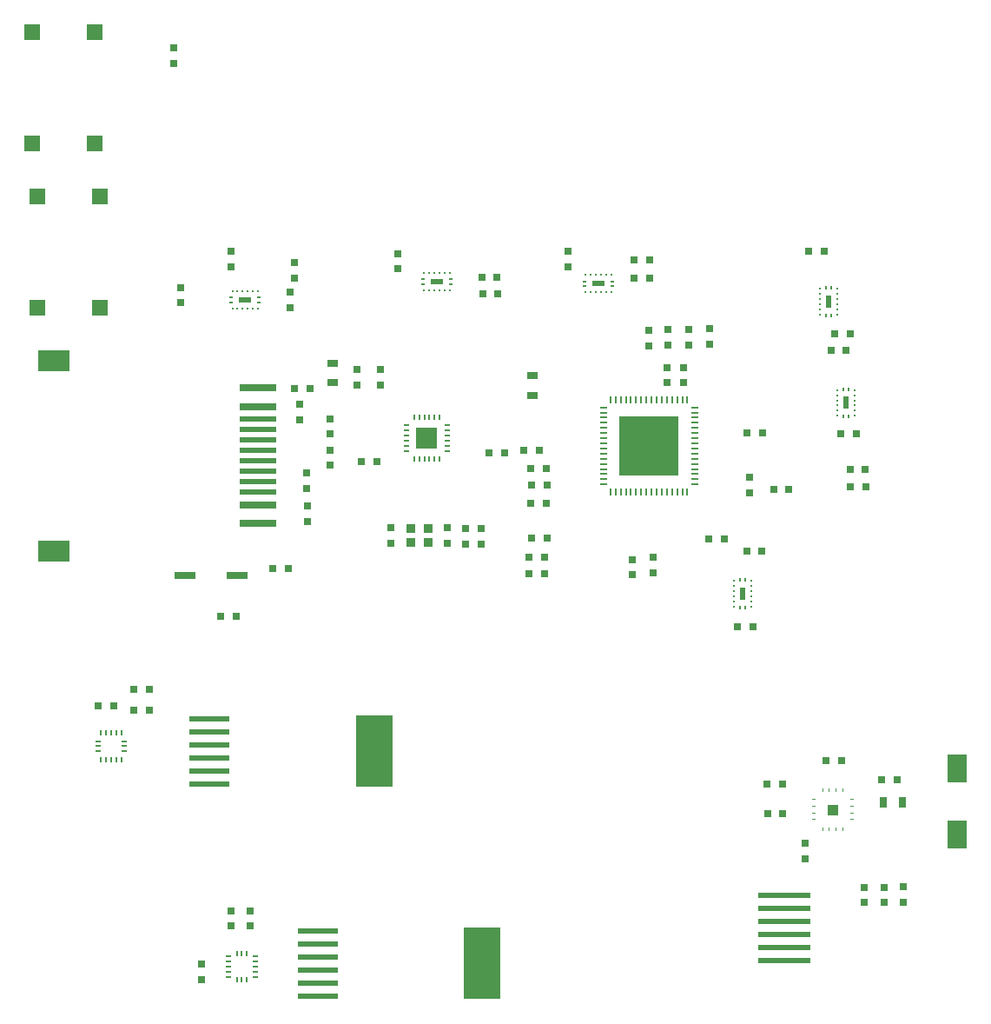
<source format=gtp>
G04 (created by PCBNEW (2013-08-24 BZR 4298)-stable) date Sat 23 Aug 2014 11:13:58 AM PDT*
%MOIN*%
G04 Gerber Fmt 3.4, Leading zero omitted, Abs format*
%FSLAX34Y34*%
G01*
G70*
G90*
G04 APERTURE LIST*
%ADD10C,0.005906*%
%ADD11R,0.007874X0.026772*%
%ADD12R,0.026772X0.007874*%
%ADD13R,0.225197X0.225197*%
%ADD14R,0.062960X0.062960*%
%ADD15R,0.028320X0.031520*%
%ADD16R,0.031520X0.028320*%
%ADD17R,0.078720X0.078720*%
%ADD18O,0.007840X0.025200*%
%ADD19O,0.025200X0.007840*%
%ADD20R,0.031496X0.025197*%
%ADD21R,0.044000X0.028000*%
%ADD22R,0.080000X0.031200*%
%ADD23R,0.005906X0.007087*%
%ADD24R,0.005880X0.007087*%
%ADD25R,0.005880X0.007096*%
%ADD26R,0.047244X0.021260*%
%ADD27R,0.016560X0.005880*%
%ADD28R,0.007087X0.005906*%
%ADD29R,0.007087X0.005880*%
%ADD30R,0.007096X0.005880*%
%ADD31R,0.021260X0.047244*%
%ADD32R,0.005880X0.016560*%
%ADD33R,0.144882X0.025512*%
%ADD34R,0.144882X0.019213*%
%ADD35R,0.122835X0.078740*%
%ADD36R,0.037795X0.034646*%
%ADD37R,0.157480X0.023937*%
%ADD38R,0.141732X0.277165*%
%ADD39R,0.007087X0.018898*%
%ADD40R,0.018898X0.007087*%
%ADD41R,0.075600X0.110240*%
%ADD42R,0.028000X0.044000*%
%ADD43R,0.200000X0.023937*%
%ADD44R,0.041732X0.041732*%
%ADD45R,0.000394X0.015748*%
%ADD46R,0.015748X0.000394*%
G04 APERTURE END LIST*
G54D10*
G54D11*
X59807Y-37259D03*
X60003Y-37259D03*
X58625Y-37259D03*
X58822Y-37259D03*
X59216Y-37259D03*
X59019Y-37259D03*
X59610Y-37259D03*
X59413Y-37259D03*
X57838Y-37259D03*
X58035Y-37259D03*
X58429Y-37259D03*
X58232Y-37259D03*
X57444Y-37259D03*
X57641Y-37259D03*
X57248Y-37259D03*
X57051Y-37259D03*
G54D12*
X56775Y-36984D03*
X56775Y-36787D03*
X56775Y-36393D03*
X56775Y-36590D03*
X56775Y-35803D03*
X56775Y-35606D03*
X56775Y-36000D03*
X56775Y-36196D03*
X56775Y-34622D03*
X56775Y-34425D03*
X56775Y-35015D03*
X56775Y-34818D03*
X56775Y-35212D03*
X56775Y-35409D03*
X56775Y-34031D03*
X56775Y-34228D03*
G54D11*
X57051Y-33755D03*
X57248Y-33755D03*
X57641Y-33755D03*
X57444Y-33755D03*
X58232Y-33755D03*
X58429Y-33755D03*
X58035Y-33755D03*
X57838Y-33755D03*
X59413Y-33755D03*
X59610Y-33755D03*
X59019Y-33755D03*
X59216Y-33755D03*
X58822Y-33755D03*
X58625Y-33755D03*
X60003Y-33755D03*
X59807Y-33755D03*
G54D12*
X60279Y-34228D03*
X60279Y-34031D03*
X60279Y-35409D03*
X60279Y-35212D03*
X60279Y-34818D03*
X60279Y-35007D03*
X60279Y-34425D03*
X60279Y-34622D03*
X60279Y-36196D03*
X60279Y-36000D03*
X60279Y-35606D03*
X60279Y-35803D03*
X60279Y-36590D03*
X60279Y-36393D03*
X60279Y-36787D03*
X60279Y-36984D03*
G54D13*
X58527Y-35507D03*
G54D14*
X35039Y-25940D03*
X37441Y-25940D03*
X35039Y-30202D03*
X37441Y-30202D03*
G54D15*
X52973Y-35787D03*
X52381Y-35787D03*
G54D16*
X47322Y-32578D03*
X47322Y-33170D03*
X51496Y-39272D03*
X51496Y-38680D03*
G54D17*
X50003Y-35208D03*
G54D18*
X49511Y-35995D03*
X49708Y-35995D03*
X49905Y-35995D03*
X50101Y-35995D03*
X50298Y-35995D03*
X50495Y-35995D03*
G54D19*
X50790Y-35700D03*
X50790Y-35503D03*
X50790Y-35306D03*
X50790Y-35110D03*
X50790Y-34913D03*
X50790Y-34716D03*
G54D18*
X50495Y-34421D03*
X50298Y-34421D03*
X50101Y-34421D03*
X49905Y-34421D03*
X49708Y-34421D03*
X49511Y-34421D03*
G54D19*
X49216Y-34716D03*
X49216Y-34913D03*
X49216Y-35110D03*
X49216Y-35306D03*
X49216Y-35503D03*
X49216Y-35700D03*
G54D15*
X47491Y-36114D03*
X48083Y-36114D03*
G54D16*
X52086Y-39272D03*
X52086Y-38680D03*
X50787Y-39233D03*
X50787Y-38641D03*
X48622Y-39233D03*
X48622Y-38641D03*
X48228Y-32578D03*
X48228Y-33170D03*
X62401Y-36711D03*
X62401Y-37303D03*
G54D15*
X53719Y-35669D03*
X54311Y-35669D03*
X62894Y-35000D03*
X62302Y-35000D03*
G54D16*
X59842Y-32499D03*
X59842Y-33091D03*
X58533Y-31081D03*
X58533Y-31673D03*
X60866Y-31614D03*
X60866Y-31022D03*
X59212Y-32499D03*
X59212Y-33091D03*
G54D15*
X54626Y-39035D03*
X54034Y-39035D03*
X54528Y-39763D03*
X53936Y-39763D03*
X54508Y-40393D03*
X53916Y-40393D03*
X54587Y-36377D03*
X53995Y-36377D03*
X54626Y-37007D03*
X54034Y-37007D03*
X54587Y-37716D03*
X53995Y-37716D03*
G54D16*
X46283Y-35051D03*
X46283Y-34459D03*
X46291Y-35664D03*
X46291Y-36256D03*
X45385Y-37134D03*
X45385Y-36542D03*
X45405Y-37822D03*
X45405Y-38414D03*
G54D15*
X44693Y-40208D03*
X44101Y-40208D03*
G54D16*
X57874Y-39861D03*
X57874Y-40453D03*
G54D15*
X45516Y-33295D03*
X44924Y-33295D03*
G54D16*
X45106Y-34512D03*
X45106Y-33920D03*
X58681Y-39782D03*
X58681Y-40374D03*
X40551Y-30020D03*
X40551Y-29428D03*
G54D20*
X59251Y-31633D03*
X60039Y-31633D03*
X59251Y-31043D03*
X60039Y-31043D03*
G54D15*
X42677Y-42047D03*
X42085Y-42047D03*
G54D21*
X54055Y-33563D03*
X54055Y-32813D03*
G54D15*
X63306Y-37185D03*
X63898Y-37185D03*
X52697Y-29055D03*
X52105Y-29055D03*
X60833Y-39090D03*
X61425Y-39090D03*
X62274Y-39531D03*
X62866Y-39531D03*
X66851Y-37086D03*
X66259Y-37086D03*
X66831Y-36397D03*
X66239Y-36397D03*
X66103Y-31850D03*
X65511Y-31850D03*
X65256Y-28051D03*
X64664Y-28051D03*
X58544Y-29074D03*
X57952Y-29074D03*
X58544Y-28385D03*
X57952Y-28385D03*
X52736Y-29685D03*
X52144Y-29685D03*
X61924Y-42440D03*
X62516Y-42440D03*
X65904Y-35029D03*
X66496Y-35029D03*
X65668Y-31200D03*
X66260Y-31200D03*
G54D16*
X55433Y-28642D03*
X55433Y-28050D03*
X44921Y-28483D03*
X44921Y-29075D03*
X42480Y-28050D03*
X42480Y-28642D03*
X48897Y-28721D03*
X48897Y-28129D03*
X44744Y-30217D03*
X44744Y-29625D03*
X40275Y-20847D03*
X40275Y-20255D03*
G54D14*
X34842Y-19641D03*
X37244Y-19641D03*
X34842Y-23903D03*
X37244Y-23903D03*
G54D22*
X40732Y-40472D03*
X42732Y-40472D03*
G54D21*
X46377Y-32341D03*
X46377Y-33091D03*
G54D23*
X42539Y-30255D03*
G54D24*
X43326Y-30255D03*
X42736Y-30255D03*
X43130Y-30255D03*
X42932Y-30255D03*
X43523Y-30255D03*
X43525Y-29586D03*
X42935Y-29586D03*
X43131Y-29586D03*
X42738Y-29586D03*
X43328Y-29586D03*
G54D25*
X42541Y-29586D03*
G54D26*
X43031Y-29921D03*
G54D27*
X43562Y-30019D03*
X43562Y-29823D03*
X42500Y-30019D03*
X42500Y-29823D03*
G54D23*
X56102Y-29625D03*
G54D24*
X56889Y-29625D03*
X56299Y-29625D03*
X56693Y-29625D03*
X56495Y-29625D03*
X57086Y-29625D03*
X57088Y-28956D03*
X56498Y-28956D03*
X56694Y-28956D03*
X56301Y-28956D03*
X56891Y-28956D03*
G54D25*
X56104Y-28956D03*
G54D26*
X56594Y-29291D03*
G54D27*
X57125Y-29389D03*
X57125Y-29193D03*
X56063Y-29389D03*
X56063Y-29193D03*
G54D28*
X65767Y-33366D03*
G54D29*
X65767Y-34153D03*
X65767Y-33563D03*
X65767Y-33957D03*
X65767Y-33759D03*
X65767Y-34350D03*
X66437Y-34352D03*
X66437Y-33762D03*
X66437Y-33958D03*
X66437Y-33565D03*
X66437Y-34155D03*
G54D30*
X66437Y-33368D03*
G54D31*
X66102Y-33858D03*
G54D32*
X66004Y-34389D03*
X66200Y-34389D03*
X66004Y-33327D03*
X66200Y-33327D03*
G54D28*
X65078Y-29488D03*
G54D29*
X65078Y-30275D03*
X65078Y-29685D03*
X65078Y-30079D03*
X65078Y-29881D03*
X65078Y-30472D03*
X65748Y-30474D03*
X65748Y-29884D03*
X65748Y-30080D03*
X65748Y-29687D03*
X65748Y-30277D03*
G54D30*
X65748Y-29490D03*
G54D31*
X65413Y-29980D03*
G54D32*
X65315Y-30511D03*
X65511Y-30511D03*
X65315Y-29449D03*
X65511Y-29449D03*
G54D28*
X61795Y-40677D03*
G54D29*
X61795Y-41464D03*
X61795Y-40874D03*
X61795Y-41268D03*
X61795Y-41070D03*
X61795Y-41661D03*
X62464Y-41663D03*
X62464Y-41073D03*
X62464Y-41269D03*
X62464Y-40876D03*
X62464Y-41466D03*
G54D30*
X62464Y-40679D03*
G54D31*
X62129Y-41169D03*
G54D32*
X62031Y-41700D03*
X62227Y-41700D03*
X62031Y-40638D03*
X62227Y-40638D03*
G54D23*
X49901Y-29547D03*
G54D24*
X50688Y-29547D03*
X50098Y-29547D03*
X50492Y-29547D03*
X50294Y-29547D03*
X50885Y-29547D03*
X50887Y-28877D03*
X50297Y-28877D03*
X50493Y-28877D03*
X50100Y-28877D03*
X50690Y-28877D03*
G54D25*
X49903Y-28877D03*
G54D26*
X50393Y-29212D03*
G54D27*
X50924Y-29310D03*
X50924Y-29114D03*
X49862Y-29310D03*
X49862Y-29114D03*
G54D33*
X43523Y-33291D03*
X43523Y-34015D03*
G54D34*
X43523Y-34488D03*
X43523Y-34889D03*
X43523Y-35692D03*
X43523Y-37291D03*
X43523Y-36488D03*
G54D33*
X43523Y-38488D03*
X43523Y-37763D03*
G54D34*
X43523Y-36090D03*
X43523Y-36889D03*
X43523Y-35291D03*
G54D35*
X35681Y-32228D03*
X35681Y-39551D03*
G54D36*
X50059Y-38661D03*
X49389Y-38661D03*
X50059Y-39212D03*
X49389Y-39212D03*
G54D15*
X38768Y-44852D03*
X39360Y-44852D03*
X38768Y-45639D03*
X39360Y-45639D03*
X37391Y-45482D03*
X37983Y-45482D03*
G54D37*
X41663Y-45964D03*
X41663Y-46964D03*
X41663Y-47964D03*
X41663Y-47464D03*
X41663Y-48464D03*
X41663Y-46464D03*
G54D38*
X47982Y-47214D03*
G54D39*
X38080Y-46525D03*
X38277Y-46525D03*
X38277Y-47529D03*
X37885Y-46525D03*
X37687Y-46525D03*
X37490Y-46525D03*
G54D40*
X37381Y-46830D03*
X37381Y-47013D03*
X37381Y-47224D03*
G54D39*
X37490Y-47529D03*
X37687Y-47529D03*
X37885Y-47529D03*
X38080Y-47529D03*
G54D40*
X38385Y-47224D03*
X38385Y-47021D03*
X38385Y-46830D03*
G54D41*
X70364Y-50423D03*
X70364Y-47863D03*
G54D42*
X67508Y-49183D03*
X68258Y-49183D03*
G54D43*
X63710Y-52746D03*
X63710Y-53746D03*
X63710Y-54746D03*
X63710Y-54246D03*
X63710Y-55246D03*
X63710Y-53246D03*
G54D44*
X65590Y-49468D03*
G54D45*
X65206Y-50216D03*
X65462Y-50216D03*
X65718Y-50216D03*
X65974Y-50216D03*
G54D46*
X66338Y-49852D03*
X66338Y-49596D03*
X66338Y-49340D03*
X66338Y-49084D03*
G54D45*
X65974Y-48720D03*
X65718Y-48720D03*
X65462Y-48720D03*
X65206Y-48720D03*
G54D46*
X64842Y-49084D03*
X64842Y-49340D03*
X64842Y-49596D03*
X64842Y-49852D03*
G54D15*
X68061Y-48316D03*
X67469Y-48316D03*
X63662Y-48474D03*
X63070Y-48474D03*
X63671Y-49616D03*
X63079Y-49616D03*
G54D16*
X67549Y-52430D03*
X67549Y-53022D03*
G54D15*
X65906Y-47588D03*
X65314Y-47588D03*
G54D16*
X68297Y-52410D03*
X68297Y-53002D03*
X66781Y-53022D03*
X66781Y-52430D03*
X64507Y-50747D03*
X64507Y-51339D03*
G54D40*
X42401Y-55275D03*
X42401Y-55078D03*
X43405Y-55078D03*
X42401Y-55470D03*
X42401Y-55669D03*
X42401Y-55866D03*
G54D39*
X42706Y-55974D03*
X42889Y-55974D03*
X43100Y-55974D03*
G54D40*
X43405Y-55866D03*
X43405Y-55669D03*
X43405Y-55470D03*
X43405Y-55275D03*
G54D39*
X43100Y-54970D03*
X42897Y-54970D03*
X42706Y-54970D03*
G54D37*
X45807Y-54104D03*
X45807Y-55104D03*
X45807Y-56104D03*
X45807Y-55604D03*
X45807Y-56604D03*
X45807Y-54604D03*
G54D38*
X52125Y-55354D03*
G54D16*
X41358Y-55965D03*
X41358Y-55373D03*
X43208Y-53918D03*
X43208Y-53326D03*
X42500Y-53918D03*
X42500Y-53326D03*
M02*

</source>
